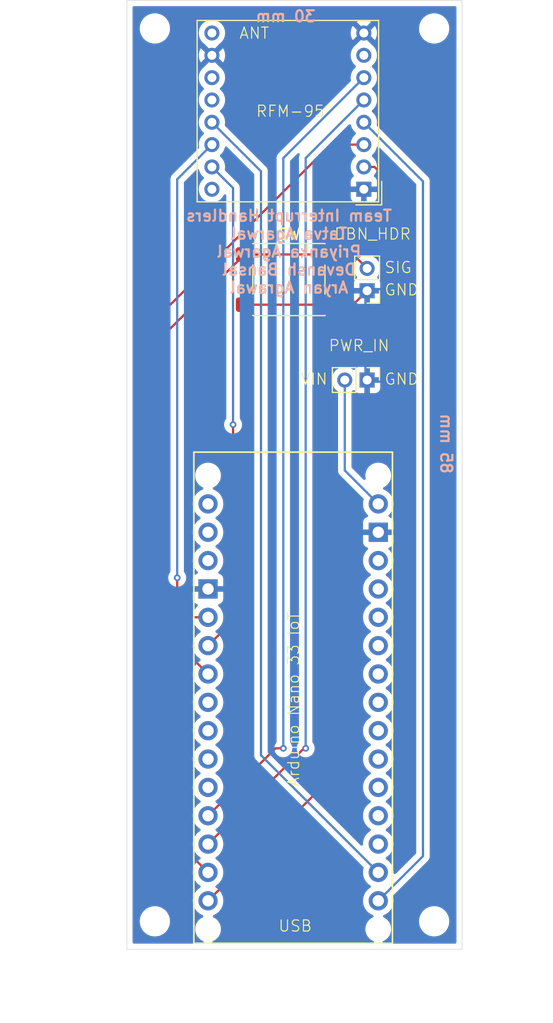
<source format=kicad_pcb>
(kicad_pcb (version 20241229) (generator "pcbnew") (generator_version "9.0")
  (title_block (title "Interrupt Handlers PCB Design") (date "2025-10-04") (rev "1.0"))
  (layers (0 "F.Cu" signal) (2 "B.Cu" signal) (13 "F.Paste" user) (15 "B.Paste" user) (5 "F.SilkS" user "F.Silkscreen") (7 "B.SilkS" user "B.Silkscreen") (1 "F.Mask" user) (3 "B.Mask" user) (25 "Edge.Cuts" user))
  (net 0 "")
  (net 2 "Net-(U1-DIO0)")
  (net 9 "+3.3V")
  (net 12 "Net-(A1-D11_MOSI)")
  (net 13 "Net-(A1-D13_SCK)")
  (net 16 "Net-(A1-D12_MISO)")
  (net 18 "Net-(U1-RESET)")
  (net 20 "GND")
  (net 21 "Net-(U1-NSS)")
  (net 25 "Net-(J2-Pin_2)")
  (net 27 "VCC")
  (net 28 "Net-(U1-DIO1)")
  (footprint "MountingHole:MountingHole_2.2mm_M2" (layer "F.Cu") (at 118.5 57.5)
    (property "Reference" "REF**" (hide yes))
    (property "Value" "MountingHole_2.2mm_M2")
    (pad "" np_thru_hole circle (at 0 0) (size 2.2 2.2) (drill 2.2) (layers "*.Cu" "*.Mask"))
  )
  (footprint "RF_Module:HOPERF_RFM9XW_THT" (layer "F.Cu") (at 137.2075 71.9075 180)
    (property "Reference" "U1" (hide yes))
    (property "Value" "RFM95W-868S2")
    (fp_line (start 14.925 15.125) (end -1.325 15.125) (stroke (width 0.12)) (layer "F.SilkS"))
    (fp_line (start 14.925 -1.125) (end 14.925 15.125) (stroke (width 0.12)) (layer "F.SilkS"))
    (fp_line (start -1.325 15.125) (end -1.325 -1.125) (stroke (width 0.12)) (layer "F.SilkS"))
    (fp_line (start -1.325 -1.125) (end 14.925 -1.125) (stroke (width 0.12)) (layer "F.SilkS"))
    (fp_line (start -1.6 0.7) (end -1.6 -1.4) (stroke (width 0.12)) (layer "F.SilkS"))
    (fp_line (start -1.6 -1.4) (end 0.7 -1.4) (stroke (width 0.12)) (layer "F.SilkS"))
    (pad "1" thru_hole rect (at 0 0 180) (size 1.35 1.35) (drill 0.8) (layers "*.Cu" "*.Mask") (net 20 "GND"))
    (pad "2" thru_hole circle (at 0 2 180) (size 1.35 1.35) (drill 0.8) (layers "*.Cu" "*.Mask") (net 16 "Net-(A1-D12_MISO)"))
    (pad "3" thru_hole circle (at 0 4 180) (size 1.35 1.35) (drill 0.8) (layers "*.Cu" "*.Mask") (net 12 "Net-(A1-D11_MOSI)"))
    (pad "4" thru_hole circle (at 0 6 180) (size 1.35 1.35) (drill 0.8) (layers "*.Cu" "*.Mask") (net 13 "Net-(A1-D13_SCK)"))
    (pad "5" thru_hole circle (at 0 8 180) (size 1.35 1.35) (drill 0.8) (layers "*.Cu" "*.Mask") (net 21 "Net-(U1-NSS)"))
    (pad "6" thru_hole circle (at 0 10 180) (size 1.35 1.35) (drill 0.8) (layers "*.Cu" "*.Mask") (net 18 "Net-(U1-RESET)"))
    (pad "7" thru_hole circle (at 0 12 180) (size 1.35 1.35) (drill 0.8) (layers "*.Cu" "*.Mask"))
    (pad "8" thru_hole circle (at 0 14 180) (size 1.35 1.35) (drill 0.8) (layers "*.Cu" "*.Mask") (net 20 "GND"))
    (pad "9" thru_hole circle (at 13.6 14 180) (size 1.35 1.35) (drill 0.8) (layers "*.Cu" "*.Mask"))
    (pad "10" thru_hole circle (at 13.6 12 180) (size 1.35 1.35) (drill 0.8) (layers "*.Cu" "*.Mask") (net 20 "GND"))
    (pad "11" thru_hole circle (at 13.6 10 180) (size 1.35 1.35) (drill 0.8) (layers "*.Cu" "*.Mask"))
    (pad "12" thru_hole circle (at 13.6 8 180) (size 1.35 1.35) (drill 0.8) (layers "*.Cu" "*.Mask"))
    (pad "13" thru_hole circle (at 13.6 6 180) (size 1.35 1.35) (drill 0.8) (layers "*.Cu" "*.Mask") (net 9 "+3.3V"))
    (pad "14" thru_hole circle (at 13.6 4 180) (size 1.35 1.35) (drill 0.8) (layers "*.Cu" "*.Mask") (net 2 "Net-(U1-DIO0)"))
    (pad "15" thru_hole circle (at 13.6 2 180) (size 1.35 1.35) (drill 0.8) (layers "*.Cu" "*.Mask") (net 28 "Net-(U1-DIO1)"))
    (pad "16" thru_hole circle (at 13.6 0 180) (size 1.35 1.35) (drill 0.8) (layers "*.Cu" "*.Mask"))
  )
  (footprint "MountingHole:MountingHole_2.2mm_M2" (layer "F.Cu") (at 118.5 137.5)
    (property "Reference" "REF**" (hide yes))
    (property "Value" "MountingHole_2.2mm_M2")
    (pad "" np_thru_hole circle (at 0 0) (size 2.2 2.2) (drill 2.2) (layers "*.Cu" "*.Mask"))
  )
  (footprint "Button_Switch_SMD:SW_SPST_PTS645Sx43SMTR92" (layer "F.Cu") (at 130.5 80)
    (property "Reference" "SW" (at 0 -4.05 0) (layer "F.SilkS"))
    (property "Value" "TX_BTN")
    (fp_line (start -3.23 -3.23) (end 3.23 -3.23) (stroke (width 0.12)) (layer "F.SilkS"))
    (fp_line (start -3.23 -3.2) (end -3.23 -3.23) (stroke (width 0.12)) (layer "F.SilkS"))
    (fp_line (start -3.23 -1.3) (end -3.23 1.3) (stroke (width 0.12)) (layer "F.SilkS"))
    (fp_line (start -3.23 3.23) (end -3.23 3.2) (stroke (width 0.12)) (layer "F.SilkS"))
    (fp_line (start -3.23 3.23) (end 3.23 3.23) (stroke (width 0.12)) (layer "F.SilkS"))
    (fp_line (start 3.23 -3.23) (end 3.23 -3.2) (stroke (width 0.12)) (layer "F.SilkS"))
    (fp_line (start 3.23 -1.3) (end 3.23 1.3) (stroke (width 0.12)) (layer "F.SilkS"))
    (fp_line (start 3.23 3.23) (end 3.23 3.2) (stroke (width 0.12)) (layer "F.SilkS"))
    (pad "1" smd roundrect (at -3.98 -2.25) (size 1.55 1.3) (layers "F.Cu" "F.Mask" "F.Paste") (roundrect_rratio 0.1923076923) (net 25 "Net-(J2-Pin_2)"))
    (pad "1" smd roundrect (at 3.98 -2.25) (size 1.55 1.3) (layers "F.Cu" "F.Mask" "F.Paste") (roundrect_rratio 0.1923076923) (net 25 "Net-(J2-Pin_2)"))
    (pad "2" smd roundrect (at -3.98 2.25) (size 1.55 1.3) (layers "F.Cu" "F.Mask" "F.Paste") (roundrect_rratio 0.1923076923) (net 20 "GND"))
    (pad "2" smd roundrect (at 3.98 2.25) (size 1.55 1.3) (layers "F.Cu" "F.Mask" "F.Paste") (roundrect_rratio 0.1923076923) (net 20 "GND"))
  )
  (footprint "Connector_PinHeader_2.00mm:PinHeader_1x02_P2.00mm_Vertical" (layer "F.Cu") (at 137.5 89 -90)
    (property "Reference" "J1" (hide yes))
    (property "Value" "PWR_IN")
    (fp_line (start -1.11 3.11) (end 1.11 3.11) (stroke (width 0.12)) (layer "F.SilkS"))
    (fp_line (start -1.11 1) (end -1.11 3.11) (stroke (width 0.12)) (layer "F.SilkS"))
    (fp_line (start -1.11 1) (end 1.11 1) (stroke (width 0.12)) (layer "F.SilkS"))
    (fp_line (start 1.11 1) (end 1.11 3.11) (stroke (width 0.12)) (layer "F.SilkS"))
    (fp_line (start -1.11 0) (end -1.11 -1.11) (stroke (width 0.12)) (layer "F.SilkS"))
    (fp_line (start -1.11 -1.11) (end 0 -1.11) (stroke (width 0.12)) (layer "F.SilkS"))
    (pad "1" thru_hole rect (at 0 0 270) (size 1.35 1.35) (drill 0.8) (layers "*.Cu" "*.Mask") (net 20 "GND"))
    (pad "2" thru_hole circle (at 0 2 270) (size 1.35 1.35) (drill 0.8) (layers "*.Cu" "*.Mask") (net 27 "VCC"))
  )
  (footprint "Connector_PinHeader_2.00mm:PinHeader_1x02_P2.00mm_Vertical" (layer "F.Cu") (at 137.5 81 180)
    (property "Reference" "J2" (hide yes))
    (property "Value" "DBN_HDR")
    (fp_line (start 1.11 1) (end 1.11 3.11) (stroke (width 0.12)) (layer "F.SilkS"))
    (fp_line (start -1.11 3.11) (end 1.11 3.11) (stroke (width 0.12)) (layer "F.SilkS"))
    (fp_line (start -1.11 1) (end 1.11 1) (stroke (width 0.12)) (layer "F.SilkS"))
    (fp_line (start -1.11 1) (end -1.11 3.11) (stroke (width 0.12)) (layer "F.SilkS"))
    (fp_line (start -1.11 0) (end -1.11 -1.11) (stroke (width 0.12)) (layer "F.SilkS"))
    (fp_line (start -1.11 -1.11) (end 0 -1.11) (stroke (width 0.12)) (layer "F.SilkS"))
    (pad "1" thru_hole rect (at 0 0 180) (size 1.35 1.35) (drill 0.8) (layers "*.Cu" "*.Mask") (net 20 "GND"))
    (pad "2" thru_hole circle (at 0 2 180) (size 1.35 1.35) (drill 0.8) (layers "*.Cu" "*.Mask") (net 25 "Net-(J2-Pin_2)"))
  )
  (footprint "MountingHole:MountingHole_2.2mm_M2" (layer "F.Cu") (at 143.5 137.5)
    (property "Reference" "REF**" (hide yes))
    (property "Value" "MountingHole_2.2mm_M2")
    (pad "" np_thru_hole circle (at 0 0) (size 2.2 2.2) (drill 2.2) (layers "*.Cu" "*.Mask"))
  )
  (footprint "MountingHole:MountingHole_2.2mm_M2" (layer "F.Cu") (at 143.5 57.5)
    (property "Reference" "REF**" (hide yes))
    (property "Value" "MountingHole_2.2mm_M2")
    (pad "" np_thru_hole circle (at 0 0) (size 2.2 2.2) (drill 2.2) (layers "*.Cu" "*.Mask"))
  )
  (footprint "PCM_arduino-library:Arduino_Nano_33_IoT_Socket" (layer "F.Cu") (at 130.88 139.47)
    (property "Reference" "A1" (hide yes))
    (property "Value" "Arduino_Nano_33_IoT_Socket")
    (fp_line (start -8.89 -44.01) (end -8.89 0) (stroke (width 0.15)) (layer "F.SilkS"))
    (fp_line (start -8.89 -44.01) (end 8.89 -44.01) (stroke (width 0.15)) (layer "F.SilkS"))
    (fp_line (start -8.89 0) (end 8.89 0) (stroke (width 0.15)) (layer "F.SilkS"))
    (fp_line (start 8.89 -44.01) (end 8.89 0) (stroke (width 0.15)) (layer "F.SilkS"))
    (pad "" np_thru_hole circle (at -7.62 -41.91) (size 1.8 1.8) (drill 1.8) (layers "*.Cu" "*.Mask"))
    (pad "" np_thru_hole circle (at -7.62 -1.27) (size 1.8 1.8) (drill 1.8) (layers "*.Cu" "*.Mask"))
    (pad "" np_thru_hole circle (at 7.62 -41.91) (size 1.8 1.8) (drill 1.8) (layers "*.Cu" "*.Mask"))
    (pad "" np_thru_hole circle (at 7.62 -1.27) (size 1.8 1.8) (drill 1.8) (layers "*.Cu" "*.Mask"))
    (pad "3V3" thru_hole circle (at 7.62 -6.35) (size 1.7272 1.7272) (drill 1.016) (layers "*.Cu" "*.Mask") (net 9 "+3.3V"))
    (pad "5V" thru_hole circle (at 7.62 -31.75) (size 1.7272 1.7272) (drill 1.016) (layers "*.Cu" "*.Mask"))
    (pad "A0" thru_hole circle (at 7.62 -11.43) (size 1.7272 1.7272) (drill 1.016) (layers "*.Cu" "*.Mask"))
    (pad "A1" thru_hole circle (at 7.62 -13.97) (size 1.7272 1.7272) (drill 1.016) (layers "*.Cu" "*.Mask"))
    (pad "A2" thru_hole circle (at 7.62 -16.51) (size 1.7272 1.7272) (drill 1.016) (layers "*.Cu" "*.Mask"))
    (pad "A3" thru_hole circle (at 7.62 -19.05) (size 1.7272 1.7272) (drill 1.016) (layers "*.Cu" "*.Mask"))
    (pad "A4" thru_hole circle (at 7.62 -21.59) (size 1.7272 1.7272) (drill 1.016) (layers "*.Cu" "*.Mask"))
    (pad "A5" thru_hole circle (at 7.62 -24.13) (size 1.7272 1.7272) (drill 1.016) (layers "*.Cu" "*.Mask"))
    (pad "A6" thru_hole circle (at 7.62 -26.67) (size 1.7272 1.7272) (drill 1.016) (layers "*.Cu" "*.Mask"))
    (pad "A7" thru_hole circle (at 7.62 -29.21) (size 1.7272 1.7272) (drill 1.016) (layers "*.Cu" "*.Mask"))
    (pad "AREF" thru_hole circle (at 7.62 -8.89) (size 1.7272 1.7272) (drill 1.016) (layers "*.Cu" "*.Mask"))
    (pad "D0" thru_hole circle (at -7.62 -36.83) (size 1.7272 1.7272) (drill 1.016) (layers "*.Cu" "*.Mask"))
    (pad "D1" thru_hole circle (at -7.62 -39.37) (size 1.7272 1.7272) (drill 1.016) (layers "*.Cu" "*.Mask"))
    (pad "D2" thru_hole circle (at -7.62 -29.21) (size 1.7272 1.7272) (drill 1.016) (layers "*.Cu" "*.Mask") (net 2 "Net-(U1-DIO0)"))
    (pad "D3" thru_hole circle (at -7.62 -26.67) (size 1.7272 1.7272) (drill 1.016) (layers "*.Cu" "*.Mask") (net 28 "Net-(U1-DIO1)"))
    (pad "D4" thru_hole circle (at -7.62 -24.13) (size 1.7272 1.7272) (drill 1.016) (layers "*.Cu" "*.Mask") (net 25 "Net-(J2-Pin_2)"))
    (pad "D5" thru_hole circle (at -7.62 -21.59) (size 1.7272 1.7272) (drill 1.016) (layers "*.Cu" "*.Mask"))
    (pad "D6" thru_hole circle (at -7.62 -19.05) (size 1.7272 1.7272) (drill 1.016) (layers "*.Cu" "*.Mask"))
    (pad "D7" thru_hole circle (at -7.62 -16.51) (size 1.7272 1.7272) (drill 1.016) (layers "*.Cu" "*.Mask"))
    (pad "D8" thru_hole circle (at -7.62 -13.97) (size 1.7272 1.7272) (drill 1.016) (layers "*.Cu" "*.Mask"))
    (pad "D9" thru_hole circle (at -7.62 -11.43) (size 1.7272 1.7272) (drill 1.016) (layers "*.Cu" "*.Mask") (net 18 "Net-(U1-RESET)"))
    (pad "D10" thru_hole circle (at -7.62 -8.89) (size 1.7272 1.7272) (drill 1.016) (layers "*.Cu" "*.Mask") (net 21 "Net-(U1-NSS)"))
    (pad "D11" thru_hole circle (at -7.62 -6.35) (size 1.7272 1.7272) (drill 1.016) (layers "*.Cu" "*.Mask") (net 12 "Net-(A1-D11_MOSI)"))
    (pad "D12" thru_hole circle (at -7.62 -3.81) (size 1.7272 1.7272) (drill 1.016) (layers "*.Cu" "*.Mask") (net 16 "Net-(A1-D12_MISO)"))
    (pad "D13" thru_hole circle (at 7.62 -3.81) (size 1.7272 1.7272) (drill 1.016) (layers "*.Cu" "*.Mask") (net 13 "Net-(A1-D13_SCK)"))
    (pad "GND1" thru_hole rect (at -7.62 -31.75) (size 1.7272 1.7272) (drill 1.016) (layers "*.Cu" "*.Mask") (net 20 "GND"))
    (pad "GND2" thru_hole rect (at 7.62 -36.83) (size 1.7272 1.7272) (drill 1.016) (layers "*.Cu" "*.Mask") (net 20 "GND"))
    (pad "RST1" thru_hole circle (at -7.62 -34.29) (size 1.7272 1.7272) (drill 1.016) (layers "*.Cu" "*.Mask"))
    (pad "RST2" thru_hole circle (at 7.62 -34.29) (size 1.7272 1.7272) (drill 1.016) (layers "*.Cu" "*.Mask"))
    (pad "VIN" thru_hole circle (at 7.62 -39.37) (size 1.7272 1.7272) (drill 1.016) (layers "*.Cu" "*.Mask") (net 27 "VCC"))
  )
  (gr_line (start 146 55) (end 146 140) (stroke (width 0.05)) (layer "Edge.Cuts"))
  (gr_line (start 146 140) (end 116 140) (stroke (width 0.05)) (layer "Edge.Cuts"))
  (gr_line (start 116 140) (end 116 55) (stroke (width 0.05)) (layer "Edge.Cuts"))
  (gr_line (start 116 55) (end 146 55) (stroke (width 0.05)) (layer "Edge.Cuts"))
  (gr_text "PWR_IN" (at 134 86.5 0) (layer "F.SilkS") (effects (font (size 1 1) (thickness 0.1)) (justify left bottom)))
  (gr_text "RFM-95" (at 127.5 65.5 0) (layer "F.SilkS") (effects (font (size 1 1) (thickness 0.1)) (justify left bottom)))
  (gr_text "SIG" (at 139 79.5 0) (layer "F.SilkS") (effects (font (size 1 1) (thickness 0.1)) (justify left bottom)))
  (gr_text "GND\n" (at 139 89.5 0) (layer "F.SilkS") (effects (font (size 1 1) (thickness 0.1)) (justify left bottom)))
  (gr_text "Arduino Nano 33 IoT" (at 131.5 125.5 90) (layer "F.SilkS") (effects (font (size 1 1) (thickness 0.1)) (justify left bottom)))
  (gr_text "VIN" (at 131.5 89.5 0) (layer "F.SilkS") (effects (font (size 1 1) (thickness 0.1)) (justify left bottom)))
  (gr_text "USB" (at 129.5 138.5 0) (layer "F.SilkS") (effects (font (size 1 1) (thickness 0.1)) (justify left bottom)))
  (gr_text "DBN_HDR" (at 134.5 76.5 0) (layer "F.SilkS") (effects (font (size 1 1) (thickness 0.1)) (justify left bottom)))
  (gr_text "GND" (at 139 81.5 0) (layer "F.SilkS") (effects (font (size 1 1) (thickness 0.1)) (justify left bottom)))
  (gr_text "ANT" (at 126 58.5 0) (layer "F.SilkS") (effects (font (size 1 1) (thickness 0.1)) (justify left bottom)))
  (gr_text "Team Interrupt Handlers\nTatva Agarwal\nPriyanka Agarwal\nDevansh Bansal\nAryan Agrawal" (at 130.5 77.5 0) (layer "B.SilkS") (effects (font (size 1 1) (thickness 0.2) (bold yes)) (justify mirror)))
  (gr_text "30 mm" (at 133 57 0) (layer "B.SilkS") (effects (font (size 1 1) (thickness 0.2) (bold yes)) (justify left bottom mirror)))
  (gr_text "85 mm" (at 144 97.5 270) (layer "B.SilkS") (effects (font (size 1 1) (thickness 0.2) (bold yes)) (justify left bottom mirror)))
  (segment (start 120.5 108.721314) (end 122.038686 110.26) (width 0.2) (layer "F.Cu") (net 2))
  (segment (start 122.038686 110.26) (end 123.26 110.26) (width 0.2) (layer "F.Cu") (net 2))
  (segment (start 120.5 106.721314) (end 120.5 108.721314) (width 0.2) (layer "F.Cu") (net 2))
  (via (at 120.5 106.721314) (size 0.6) (drill 0.3) (layers "F.Cu" "B.Cu") (net 2))
  (segment (start 123.6075 67.9075) (end 120.5 71.015) (width 0.2) (layer "B.Cu") (net 2))
  (segment (start 120.5 71.015) (end 120.5 106.721314) (width 0.2) (layer "B.Cu") (net 2))
  (segment (start 138.5 133.12) (end 128 122.62) (width 0.2) (layer "B.Cu") (net 9))
  (segment (start 128 70.3) (end 123.6075 65.9075) (width 0.2) (layer "B.Cu") (net 9))
  (segment (start 128 122.62) (end 128 70.3) (width 0.2) (layer "B.Cu") (net 9))
  (segment (start 134.227076 67.9075) (end 137.2075 67.9075) (width 0.2) (layer "F.Cu") (net 12))
  (segment (start 118.299 83.835576) (end 134.227076 67.9075) (width 0.2) (layer "F.Cu") (net 12))
  (segment (start 118.299 128.159) (end 118.299 83.835576) (width 0.2) (layer "F.Cu") (net 12))
  (segment (start 123.26 133.12) (end 118.299 128.159) (width 0.2) (layer "F.Cu") (net 12))
  (segment (start 142.5 131.66) (end 142.5 71.2) (width 0.2) (layer "B.Cu") (net 13))
  (segment (start 142.5 71.2) (end 137.2075 65.9075) (width 0.2) (layer "B.Cu") (net 13))
  (segment (start 138.5 135.66) (end 142.5 131.66) (width 0.2) (layer "B.Cu") (net 13))
  (segment (start 133.5 86.5) (end 136 84) (width 0.2) (layer "F.Cu") (net 16))
  (segment (start 123.26 135.66) (end 133.5 125.42) (width 0.2) (layer "F.Cu") (net 16))
  (segment (start 136 84) (end 139.5 84) (width 0.2) (layer "F.Cu") (net 16))
  (segment (start 138.162094 69.9075) (end 137.2075 69.9075) (width 0.2) (layer "F.Cu") (net 16))
  (segment (start 140.5 83) (end 140.5 72.245406) (width 0.2) (layer "F.Cu") (net 16))
  (segment (start 139.5 84) (end 140.5 83) (width 0.2) (layer "F.Cu") (net 16))
  (segment (start 133.5 125.42) (end 133.5 86.5) (width 0.2) (layer "F.Cu") (net 16))
  (segment (start 140.5 72.245406) (end 138.162094 69.9075) (width 0.2) (layer "F.Cu") (net 16))
  (segment (start 129.3 122) (end 123.26 128.04) (width 0.2) (layer "F.Cu") (net 18))
  (segment (start 130 122) (end 129.3 122) (width 0.2) (layer "F.Cu") (net 18))
  (via (at 130 122) (size 0.6) (drill 0.3) (layers "F.Cu" "B.Cu") (net 18))
  (segment (start 137.2075 61.9075) (end 130 69.115) (width 0.2) (layer "B.Cu") (net 18))
  (segment (start 130 69.115) (end 130 122) (width 0.2) (layer "B.Cu") (net 18))
  (segment (start 126.52 82.25) (end 134.48 82.25) (width 0.2) (layer "F.Cu") (net 20))
  (segment (start 134.48 82.25) (end 136.25 82.25) (width 0.2) (layer "F.Cu") (net 20))
  (segment (start 136.25 82.25) (end 137.5 81) (width 0.2) (layer "F.Cu") (net 20))
  (segment (start 132 122) (end 131.84 122) (width 0.2) (layer "F.Cu") (net 21))
  (segment (start 131.84 122) (end 123.26 130.58) (width 0.2) (layer "F.Cu") (net 21))
  (via (at 132 122) (size 0.6) (drill 0.3) (layers "F.Cu" "B.Cu") (net 21))
  (segment (start 132 69.115) (end 132 122) (width 0.2) (layer "B.Cu") (net 21))
  (segment (start 137.2075 63.9075) (end 132 69.115) (width 0.2) (layer "B.Cu") (net 21))
  (segment (start 136.25 77.75) (end 137.5 79) (width 0.2) (layer "F.Cu") (net 25))
  (segment (start 126.52 77.75) (end 119 85.27) (width 0.2) (layer "F.Cu") (net 25))
  (segment (start 134.48 77.75) (end 136.25 77.75) (width 0.2) (layer "F.Cu") (net 25))
  (segment (start 119 111.08) (end 123.26 115.34) (width 0.2) (layer "F.Cu") (net 25))
  (segment (start 119 85.27) (end 119 111.08) (width 0.2) (layer "F.Cu") (net 25))
  (segment (start 126.52 77.75) (end 134.48 77.75) (width 0.2) (layer "F.Cu") (net 25))
  (segment (start 135.5 89) (end 135.5 97.1) (width 0.2) (layer "B.Cu") (net 27))
  (segment (start 135.5 97.1) (end 138.5 100.1) (width 0.2) (layer "B.Cu") (net 27))
  (segment (start 125.5 110.56) (end 123.26 112.8) (width 0.2) (layer "F.Cu") (net 28))
  (segment (start 125.5 93) (end 125.5 110.56) (width 0.2) (layer "F.Cu") (net 28))
  (via (at 125.5 93) (size 0.6) (drill 0.3) (layers "F.Cu" "B.Cu") (net 28))
  (segment (start 123.6075 69.9075) (end 125.5 71.8) (width 0.2) (layer "B.Cu") (net 28))
  (segment (start 125.5 71.8) (end 125.5 93) (width 0.2) (layer "B.Cu") (net 28))
  (zone (net 20) (net_name "GND") (layer "B.Cu") (connect_pads (clearance 0.5)) (min_thickness 0.25) (fill yes (thermal_gap 0.5) (thermal_bridge_width 0.5))
    (polygon (pts (xy 146 140) (xy 146 55) (xy 116 55) (xy 116 140)))
  )
)
</source>
